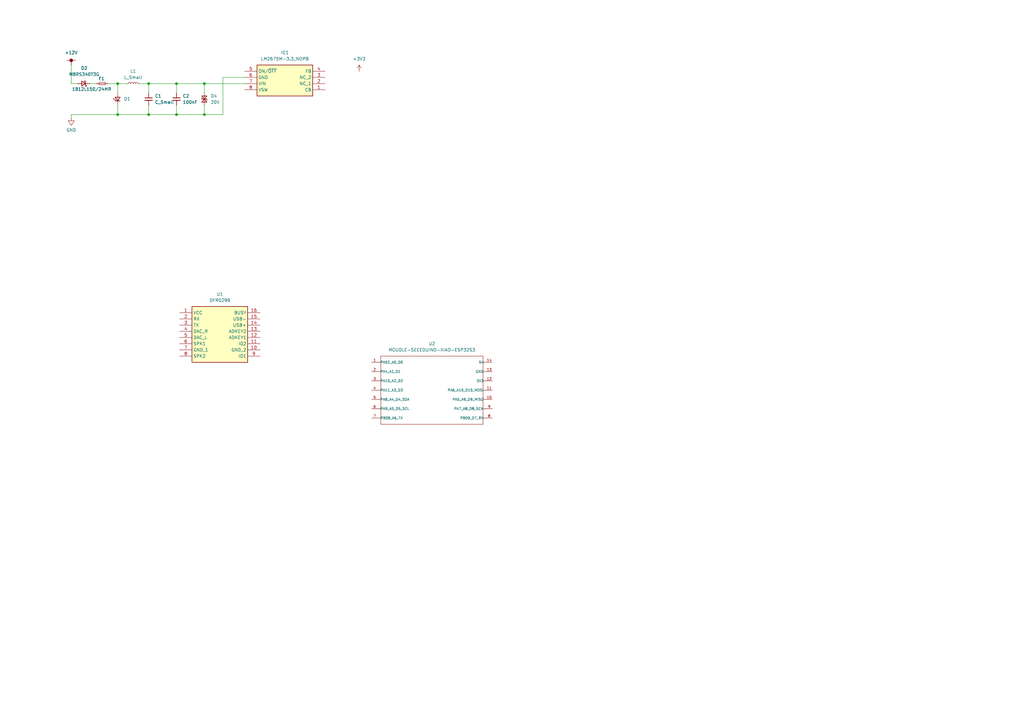
<source format=kicad_sch>
(kicad_sch (version 20250114) (generator "eeschema") (generator_version "9.0")
  (paper "A3")
  (lib_symbols
    (symbol "DFR0299:DFR0299"
      (property "Reference" "U" (at 29.21 7.62 0))
      (property "Value" "DFR0299" (at 29.21 5.08 0))
      (symbol "DFR0299_1_1"
        (rectangle (start 5.08 2.54) (end 27.94 -20.32) (stroke (width 0.254)) (fill (type background)))
        (pin passive line (at 0 0 0) (length 5.08) (name "VCC") (number "1"))
        (pin passive line (at 0 -2.54 0) (length 5.08) (name "RX") (number "2"))
        (pin passive line (at 0 -5.08 0) (length 5.08) (name "TX") (number "3"))
        (pin passive line (at 0 -7.62 0) (length 5.08) (name "DAC_R") (number "4"))
        (pin passive line (at 0 -10.16 0) (length 5.08) (name "DAC_L") (number "5"))
        (pin passive line (at 0 -12.7 0) (length 5.08) (name "SPK1") (number "6"))
        (pin passive line (at 0 -15.24 0) (length 5.08) (name "GND_1") (number "7"))
        (pin passive line (at 0 -17.78 0) (length 5.08) (name "SPK2") (number "8"))
        (pin passive line (at 33.02 0 180) (length 5.08) (name "BUSY") (number "16"))
        (pin passive line (at 33.02 -2.54 180) (length 5.08) (name "USB-") (number "15"))
        (pin passive line (at 33.02 -5.08 180) (length 5.08) (name "USB+") (number "14"))
        (pin passive line (at 33.02 -7.62 180) (length 5.08) (name "ADKEY2") (number "13"))
        (pin passive line (at 33.02 -10.16 180) (length 5.08) (name "ADKEY1") (number "12"))
        (pin passive line (at 33.02 -12.7 180) (length 5.08) (name "IO2") (number "11"))
        (pin passive line (at 33.02 -15.24 180) (length 5.08) (name "GND_2") (number "10"))
        (pin passive line (at 33.02 -17.78 180) (length 5.08) (name "IO1") (number "9"))
      )
    )
    (symbol "Device:C_Small" (pin_numbers (hide yes)) (pin_names (offset 0.254) (hide yes))
      (property "Reference" "C" (at 0.254 1.778 0))
      (property "Value" "C_Small" (at 0.254 -2.032 0))
      (symbol "C_Small_0_1"
        (polyline (pts (xy -1.524 0.508) (xy 1.524 0.508)) (stroke (width 0.3048)))
        (polyline (pts (xy -1.524 -0.508) (xy 1.524 -0.508)) (stroke (width 0.3302)))
      )
      (symbol "C_Small_1_1"
        (pin passive line (at 0 2.54 270) (length 2.032) (name "~") (number "1"))
        (pin passive line (at 0 -2.54 90) (length 2.032) (name "~") (number "2"))
      )
    )
    (symbol "Device:D_Schottky_Small" (pin_numbers (hide yes)) (pin_names (offset 0.254) (hide yes))
      (property "Reference" "D" (at -1.27 2.032 0))
      (property "Value" "D_Schottky_Small" (at -7.112 -2.032 0))
      (symbol "D_Schottky_Small_0_1"
        (polyline (pts (xy -1.27 0.762) (xy -1.27 1.016) (xy -0.762 1.016) (xy -0.762 -1.016) (xy -0.254 -1.016) (xy -0.254 -0.762)) (stroke (width 0.254)))
        (polyline (pts (xy -0.762 0) (xy 0.762 0)))
        (polyline (pts (xy 0.762 -1.016) (xy -0.762 0) (xy 0.762 1.016) (xy 0.762 -1.016)) (stroke (width 0.254)))
      )
      (symbol "D_Schottky_Small_1_1"
        (pin passive line (at -2.54 0 0) (length 1.778) (name "K") (number "1"))
        (pin passive line (at 2.54 0 180) (length 1.778) (name "A") (number "2"))
      )
    )
    (symbol "Device:D_TVS_Small" (pin_numbers (hide yes)) (pin_names (offset 1.016) (hide yes))
      (property "Reference" "D" (at 0 2.54 0))
      (property "Value" "D_TVS_Small" (at 0 -2.54 0))
      (symbol "D_TVS_Small_0_1"
        (polyline (pts (xy -1.27 1.016) (xy -1.27 -1.016) (xy 1.27 1.016) (xy 1.27 -1.016) (xy -1.27 1.016)) (stroke (width 0.254)))
        (polyline (pts (xy -1.27 0) (xy 1.27 0)))
        (polyline (pts (xy 0.508 1.016) (xy 0 1.016) (xy 0 -1.016) (xy -0.508 -1.016)) (stroke (width 0.254)))
      )
      (symbol "D_TVS_Small_1_1"
        (pin passive line (at -2.54 0 0) (length 1.27) (name "A1") (number "1"))
        (pin passive line (at 2.54 0 180) (length 1.27) (name "A2") (number "2"))
      )
    )
    (symbol "Device:Fuse_Small" (pin_numbers (hide yes)) (pin_names (offset 0.254) (hide yes))
      (property "Reference" "F" (at 0 -1.524 0))
      (property "Value" "Fuse_Small" (at 0 1.524 0))
      (symbol "Fuse_Small_0_1"
        (rectangle (start -1.27 0.508) (end 1.27 -0.508))
        (polyline (pts (xy -1.27 0) (xy 1.27 0)))
      )
      (symbol "Fuse_Small_1_1"
        (pin passive line (at -2.54 0 0) (length 1.27) (name "~") (number "1"))
        (pin passive line (at 2.54 0 180) (length 1.27) (name "~") (number "2"))
      )
    )
    (symbol "Device:LED_Small" (pin_numbers (hide yes)) (pin_names (offset 0.254) (hide yes))
      (property "Reference" "D" (at -1.27 3.175 0))
      (property "Value" "LED_Small" (at -4.445 -2.54 0))
      (symbol "LED_Small_0_1"
        (polyline (pts (xy -0.762 -1.016) (xy -0.762 1.016)) (stroke (width 0.254)))
        (polyline (pts (xy 0 0.762) (xy -0.508 1.27) (xy -0.254 1.27) (xy -0.508 1.27) (xy -0.508 1.016)))
        (polyline (pts (xy 0.508 1.27) (xy 0 1.778) (xy 0.254 1.778) (xy 0 1.778) (xy 0 1.524)))
        (polyline (pts (xy 0.762 -1.016) (xy -0.762 0) (xy 0.762 1.016) (xy 0.762 -1.016)) (stroke (width 0.254)))
        (polyline (pts (xy 1.016 0) (xy -0.762 0)))
      )
      (symbol "LED_Small_1_1"
        (pin passive line (at -2.54 0 0) (length 1.778) (name "K") (number "1"))
        (pin passive line (at 2.54 0 180) (length 1.778) (name "A") (number "2"))
      )
    )
    (symbol "Device:L_Small" (pin_numbers (hide yes)) (pin_names (offset 0.254) (hide yes))
      (property "Reference" "L" (at 0.762 1.016 0))
      (property "Value" "L_Small" (at 0.762 -1.016 0))
      (symbol "L_Small_0_1"
        (arc (start 0 2.032) (mid 0.5058 1.524) (end 0 1.016))
        (arc (start 0 1.016) (mid 0.5058 0.508) (end 0 0))
        (arc (start 0 0) (mid 0.5058 -0.508) (end 0 -1.016))
        (arc (start 0 -1.016) (mid 0.5058 -1.524) (end 0 -2.032))
      )
      (symbol "L_Small_1_1"
        (pin passive line (at 0 2.54 270) (length 0.508) (name "~") (number "1"))
        (pin passive line (at 0 -2.54 90) (length 0.508) (name "~") (number "2"))
      )
    )
    (symbol "LM2675M-3_3_NOPB:LM2675M-3.3_NOPB"
      (property "Reference" "IC" (at 29.21 7.62 0))
      (property "Value" "LM2675M-3.3_NOPB" (at 29.21 5.08 0))
      (symbol "LM2675M-3.3_NOPB_1_1"
        (rectangle (start 5.08 2.54) (end 27.94 -10.16) (stroke (width 0.254)) (fill (type background)))
        (pin passive line (at 0 0 0) (length 5.08) (name "CB") (number "1"))
        (pin passive line (at 0 -2.54 0) (length 5.08) (name "NC_1") (number "2"))
        (pin passive line (at 0 -5.08 0) (length 5.08) (name "NC_2") (number "3"))
        (pin passive line (at 0 -7.62 0) (length 5.08) (name "FB") (number "4"))
        (pin passive line (at 33.02 0 180) (length 5.08) (name "VSW") (number "8"))
        (pin passive line (at 33.02 -2.54 180) (length 5.08) (name "VIN") (number "7"))
        (pin passive line (at 33.02 -5.08 180) (length 5.08) (name "GND") (number "6"))
        (pin passive line (at 33.02 -7.62 180) (length 5.08) (name "ON/~{OFF}") (number "5"))
      )
    )
    (symbol "MOUDLE-SEEEDUINO-XIAO-ESP32S3:MOUDLE-SEEEDUINO-XIAO-ESP32S3" (pin_names (offset 1.016))
      (property "Reference" "U" (at -21.59 15.24 0))
      (property "Value" "MOUDLE-SEEEDUINO-XIAO-ESP32S3" (at -21.59 13.97 0))
      (symbol "MOUDLE-SEEEDUINO-XIAO-ESP32S3_0_0"
        (polyline (pts (xy -21.59 13.97) (xy 20.32 13.97)) (stroke (width 0.1524)))
        (polyline (pts (xy -21.59 11.43) (xy -22.86 11.43)) (stroke (width 0.1524)))
        (polyline (pts (xy -21.59 11.43) (xy -21.59 13.97)) (stroke (width 0.1524)))
        (polyline (pts (xy -21.59 7.62) (xy -22.86 7.62)) (stroke (width 0.1524)))
        (polyline (pts (xy -21.59 7.62) (xy -21.59 11.43)) (stroke (width 0.1524)))
        (polyline (pts (xy -21.59 3.81) (xy -22.86 3.81)) (stroke (width 0.1524)))
        (polyline (pts (xy -21.59 3.81) (xy -21.59 7.62)) (stroke (width 0.1524)))
        (polyline (pts (xy -21.59 0) (xy -22.86 0)) (stroke (width 0.1524)))
        (polyline (pts (xy -21.59 0) (xy -21.59 3.81)) (stroke (width 0.1524)))
        (polyline (pts (xy -21.59 -3.81) (xy -22.86 -3.81)) (stroke (width 0.1524)))
        (polyline (pts (xy -21.59 -7.62) (xy -22.86 -7.62)) (stroke (width 0.1524)))
        (polyline (pts (xy -21.59 -11.43) (xy -22.86 -11.43)) (stroke (width 0.1524)))
        (polyline (pts (xy -21.59 -13.97) (xy -21.59 0)) (stroke (width 0.1524)))
        (polyline (pts (xy 20.32 13.97) (xy 20.32 11.43)) (stroke (width 0.1524)))
        (polyline (pts (xy 20.32 11.43) (xy 20.32 7.62)) (stroke (width 0.1524)))
        (polyline (pts (xy 20.32 7.62) (xy 20.32 3.81)) (stroke (width 0.1524)))
        (polyline (pts (xy 20.32 3.81) (xy 20.32 -13.97)) (stroke (width 0.1524)))
        (polyline (pts (xy 20.32 -13.97) (xy -21.59 -13.97)) (stroke (width 0.1524)))
        (polyline (pts (xy 21.59 11.43) (xy 20.32 11.43)) (stroke (width 0.1524)))
        (polyline (pts (xy 21.59 7.62) (xy 20.32 7.62)) (stroke (width 0.1524)))
        (polyline (pts (xy 21.59 3.81) (xy 20.32 3.81)) (stroke (width 0.1524)))
        (polyline (pts (xy 21.59 0) (xy 20.32 0)) (stroke (width 0.1524)))
        (polyline (pts (xy 21.59 -3.81) (xy 20.32 -3.81)) (stroke (width 0.1524)))
        (polyline (pts (xy 21.59 -7.62) (xy 20.32 -7.62)) (stroke (width 0.1524)))
        (polyline (pts (xy 21.59 -11.43) (xy 20.32 -11.43)) (stroke (width 0.1524)))
        (pin bidirectional line (at -25.4 11.43 0) (length 2.54) (name "PA02_A0_D0") (number "1"))
        (pin bidirectional line (at -25.4 7.62 0) (length 2.54) (name "PA4_A1_D1") (number "2"))
        (pin bidirectional line (at -25.4 3.81 0) (length 2.54) (name "PA10_A2_D2") (number "3"))
        (pin bidirectional line (at -25.4 0 0) (length 2.54) (name "PA11_A3_D3") (number "4"))
        (pin bidirectional line (at -25.4 -3.81 0) (length 2.54) (name "PA8_A4_D4_SDA") (number "5"))
        (pin bidirectional line (at -25.4 -7.62 0) (length 2.54) (name "PA9_A5_D5_SCL") (number "6"))
        (pin bidirectional line (at -25.4 -11.43 0) (length 2.54) (name "PB08_A6_TX") (number "7"))
        (pin bidirectional line (at 24.13 11.43 180) (length 2.54) (name "5V") (number "14"))
        (pin bidirectional line (at 24.13 7.62 180) (length 2.54) (name "GND") (number "13"))
        (pin bidirectional line (at 24.13 3.81 180) (length 2.54) (name "3V3") (number "12"))
        (pin bidirectional line (at 24.13 0 180) (length 2.54) (name "PA6_A10_D10_MOSI") (number "11"))
        (pin bidirectional line (at 24.13 -3.81 180) (length 2.54) (name "PA5_A9_D9_MISO") (number "10"))
        (pin bidirectional line (at 24.13 -7.62 180) (length 2.54) (name "PA7_A8_D8_SCK") (number "9"))
        (pin bidirectional line (at 24.13 -11.43 180) (length 2.54) (name "PB09_D7_RX") (number "8"))
      )
    )
    (symbol "Navio_power:+12V" (power) (in_bom no) (on_board no)
      (property "Value" "+12V" (at 0 4.445 0))
      (symbol "+12V_0_0"
        (pin power_in line (at 0 0 90) (length 1.27) (name "") (number ""))
      )
      (symbol "+12V_0_1"
        (polyline (pts (xy -1.905 1.905) (xy 1.905 1.905)))
        (circle (center 0 1.905) (radius 0.635) (fill (type outline)))
      )
    )
    (symbol "Navio_power:GND" (power) (in_bom no) (on_board no)
      (property "Value" "GND" (at 3.81 1.27 0))
      (symbol "GND_0_0"
        (pin power_in line (at 0 0 270) (length 1.27) (name "") (number ""))
      )
      (symbol "GND_0_1"
        (polyline (pts (xy 0 -1.27) (xy -1.27 -1.27) (xy 0 -3.175) (xy 1.27 -1.27) (xy 0 -1.27)))
      )
    )
    (symbol "power:+3V3" (power) (pin_numbers (hide yes)) (pin_names (offset 0) (hide yes))
      (property "Value" "+3V3" (at 0 3.556 0))
      (symbol "+3V3_0_1"
        (polyline (pts (xy -0.762 1.27) (xy 0 2.54)))
        (polyline (pts (xy 0 2.54) (xy 0.762 1.27)))
        (polyline (pts (xy 0 0) (xy 0 2.54)))
      )
      (symbol "+3V3_1_1"
        (pin power_in line (at 0 0 90) (length 0) (name "~") (number "1"))
      )
    )
  )
  (junction (at 60.96 46.99))
  (junction (at 60.96 34.29))
  (junction (at 72.39 34.29))
  (junction (at 48.26 46.99))
  (junction (at 48.26 34.29))
  (junction (at 83.82 46.99))
  (junction (at 72.39 46.99))
  (junction (at 83.82 34.29))
  (wire (pts (xy 60.96 43.18) (xy 60.96 46.99)))
  (wire (pts (xy 48.26 46.99) (xy 60.96 46.99)))
  (wire (pts (xy 83.82 34.29) (xy 100.33 34.29)))
  (wire (pts (xy 44.45 34.29) (xy 48.26 34.29)))
  (wire (pts (xy 60.96 34.29) (xy 57.15 34.29)))
  (wire (pts (xy 72.39 43.18) (xy 72.39 46.99)))
  (wire (pts (xy 91.44 31.75) (xy 100.33 31.75)))
  (wire (pts (xy 91.44 46.99) (xy 91.44 31.75)))
  (wire (pts (xy 72.39 46.99) (xy 83.82 46.99)))
  (wire (pts (xy 29.21 46.99) (xy 48.26 46.99)))
  (wire (pts (xy 83.82 43.18) (xy 83.82 46.99)))
  (wire (pts (xy 60.96 38.1) (xy 60.96 34.29)))
  (wire (pts (xy 29.21 34.29) (xy 31.75 34.29)))
  (wire (pts (xy 36.83 34.29) (xy 39.37 34.29)))
  (wire (pts (xy 29.21 26.67) (xy 29.21 34.29)))
  (wire (pts (xy 60.96 34.29) (xy 72.39 34.29)))
  (wire (pts (xy 72.39 34.29) (xy 72.39 38.1)))
  (wire (pts (xy 72.39 34.29) (xy 83.82 34.29)))
  (wire (pts (xy 83.82 46.99) (xy 91.44 46.99)))
  (wire (pts (xy 48.26 34.29) (xy 52.07 34.29)))
  (wire (pts (xy 48.26 34.29) (xy 48.26 38.1)))
  (wire (pts (xy 60.96 46.99) (xy 72.39 46.99)))
  (wire (pts (xy 29.21 46.99) (xy 29.21 48.26)))
  (wire (pts (xy 83.82 34.29) (xy 83.82 38.1)))
  (wire (pts (xy 48.26 43.18) (xy 48.26 46.99)))
  (symbol (lib_id "Device:C_Small") (at 60.96 40.64 0) (unit 1)
    (property "Reference" "C1" (at 63.5 39.3762 0) (effects (justify left)))
    (property "Value" "C_Small" (at 63.5 41.9162 0) (effects (justify left)))
    (property "Description" "Unpolarized capacitor, small symbol" (effects (hide yes)))
  )
  (symbol (lib_id "Navio_power:+12V") (at 29.21 26.67 0) (unit 1) (in_bom no) (on_board no)
    (property "Reference" "#PWR01" (effects (hide yes)))
    (property "Value" "+12V" (at 29.21 21.59 0))
  )
  (symbol (lib_id "MOUDLE-SEEEDUINO-XIAO-ESP32S3:MOUDLE-SEEEDUINO-XIAO-ESP32S3") (at 177.8 160.02 0) (unit 1)
    (property "Reference" "U2" (at 177.165 140.97 0))
    (property "Value" "MOUDLE-SEEEDUINO-XIAO-ESP32S3" (at 177.165 143.51 0))
    (property "Footprint" "footprints:XIAO-ESP32S3-DIP" (effects (hide yes)))
  )
  (symbol (lib_id "Device:Fuse_Small") (at 41.91 34.29 0) (unit 1)
    (property "Reference" "F1" (at 41.656 32.258 0))
    (property "Value" "1812L150/24MR" (at 37.592 36.576 0))
    (property "Description" "Fuse, small symbol" (effects (hide yes)))
  )
  (symbol (lib_id "DFR0299:DFR0299") (at 73.66 128.27 0) (unit 1)
    (property "Reference" "U1" (at 90.17 120.65 0))
    (property "Value" "DFR0299" (at 90.17 123.19 0))
    (property "Footprint" "DFR0299" (effects (hide yes)))
    (property "Datasheet" "https://raw.githubusercontent.com/Arduinolibrary/DFPlayer_Mini_mp3/master/DFPlayer%20Mini%20Manual.pdf" (effects (hide yes)))
    (property "Description" "DFPlayer Module, Mini MP3 Player, Arduino Development Boards, MP3/WAV/WMA, UART, 3.3V/5V" (effects (hide yes)))
    (property "Height" "6" (effects (hide yes)))
    (property "Manufacturer_Name" "DFRobot" (effects (hide yes)))
    (property "Manufacturer_Part_Number" "DFR0299" (effects (hide yes)))
    (property "Mouser Part Number" "426-DFR0299" (effects (hide yes)))
    (property "Mouser Price/Stock" "https://www.mouser.co.uk/ProductDetail/DFRobot/DFR0299?qs=Zcin8yvlhnPSNhqM2hweWw%3D%3D" (effects (hide yes)))
    (property "Arrow Part Number" "DFR0299" (effects (hide yes)))
    (property "Arrow Price/Stock" "https://www.arrow.com/en/products/dfr0299/dfrobot?utm_currency=USD&region=nac" (effects (hide yes)))
  )
  (symbol (lib_id "LM2675M-3_3_NOPB:LM2675M-3.3_NOPB") (at 133.35 36.83 180) (unit 1)
    (property "Reference" "IC1" (at 116.84 21.59 0))
    (property "Value" "LM2675M-3.3_NOPB" (at 116.84 24.13 0))
    (property "Footprint" "SOIC127P600X175-8N" (effects (hide yes)))
    (property "Datasheet" "https://datasheet.datasheetarchive.com/originals/distributors/Datasheets-SFU2/DSASFU100036609.pdf" (effects (hide yes)))
    (property "Description" "SIMPLE SWITCHER 6.5V to 40V, 1A Low Component Count Step-Down Regulator" (effects (hide yes)))
    (property "Height" "1.75" (effects (hide yes)))
    (property "Manufacturer_Name" "Texas Instruments" (effects (hide yes)))
    (property "Manufacturer_Part_Number" "LM2675M-3.3/NOPB" (effects (hide yes)))
    (property "Mouser Part Number" "926-LM2675M-3.3/NOPB" (effects (hide yes)))
    (property "Mouser Price/Stock" "https://www.mouser.co.uk/ProductDetail/Texas-Instruments/LM2675M-3.3-NOPB?qs=X1J7HmVL2ZFnKeWg3msI%2FQ%3D%3D" (effects (hide yes)))
    (property "Arrow Part Number" "LM2675M-3.3/NOPB" (effects (hide yes)))
    (property "Arrow Price/Stock" "https://www.arrow.com/en/products/lm2675m-3.3nopb/texas-instruments?region=nac" (effects (hide yes)))
  )
  (symbol (lib_id "Device:D_TVS_Small") (at 83.82 40.64 90) (unit 1)
    (property "Reference" "D4" (at 86.36 39.3699 90) (effects (justify right)))
    (property "Value" "20V" (at 86.36 41.9099 90) (effects (justify right)))
    (property "Description" "Bidirectional transient-voltage-suppression diode, small symbol" (effects (hide yes)))
  )
  (symbol (lib_id "Device:L_Small") (at 54.61 34.29 90) (unit 1)
    (property "Reference" "L1" (at 54.61 29.21 90))
    (property "Value" "L_Small" (at 54.61 31.75 90))
    (property "Description" "Inductor, small symbol" (effects (hide yes)))
  )
  (symbol (lib_id "Device:LED_Small") (at 48.26 40.64 90) (unit 1)
    (property "Reference" "D1" (at 50.8 40.5764 90) (effects (justify right)))
    (property "Value" "LED_Small" (effects (hide yes)))
    (property "Description" "Light emitting diode, small symbol" (effects (hide yes)))
    (property "Sim.Pin" "1=K 2=A" (effects (hide yes)))
  )
  (symbol (lib_id "Device:C_Small") (at 72.39 40.64 0) (unit 1)
    (property "Reference" "C2" (at 74.93 39.3762 0) (effects (justify left)))
    (property "Value" "100nF" (at 74.93 41.9162 0) (effects (justify left)))
    (property "Description" "Unpolarized capacitor, small symbol" (effects (hide yes)))
  )
  (symbol (lib_id "power:+3V3") (at 147.32 29.21 0) (unit 1)
    (property "Reference" "#PWR03" (effects (hide yes)))
    (property "Value" "+3V3" (at 147.32 24.13 0))
    (property "Description" "Power symbol creates a global label with name \"+3V3\"" (effects (hide yes)))
  )
  (symbol (lib_id "Device:D_Schottky_Small") (at 34.29 34.29 180) (unit 1)
    (property "Reference" "D2" (at 34.544 27.94 0))
    (property "Value" "MBRS340T3G" (at 34.544 30.48 0))
    (property "Description" "Schottky diode, small symbol" (effects (hide yes)))
  )
  (symbol (lib_id "Navio_power:GND") (at 29.21 48.26 0) (unit 1) (in_bom no) (on_board no)
    (property "Reference" "#PWR04" (effects (hide yes)))
    (property "Value" "GND" (at 29.21 53.34 0))
  )
)
</source>
